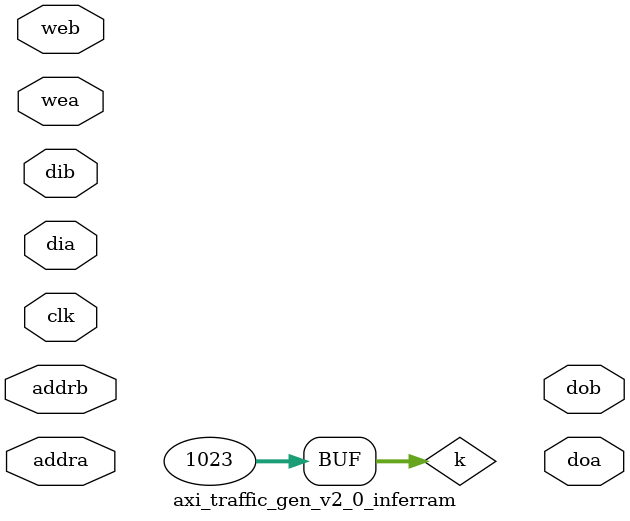
<source format=v>

`timescale 1ps/1ps
(* DowngradeIPIdentifiedWarnings="yes" *)
module axi_traffic_gen_v2_0_inferram(clk, wea, web, addra, addrb, dia, dib, doa, dob);


   parameter C_FAMILY    = "virtex7";   
   parameter C_RAMINIT_F = "NONE";   
   parameter SIZE        = 1024;
   parameter ADDR_WIDTH  = 10;
   parameter COL_WIDTH   = 8;
   parameter NB_COL      = 4;
   parameter INFER_TYPE  = 0;  //0- Inferram template, 1- Blk_mem_gen_wrapper from proc_common.
   
   input                             clk; 
   input [NB_COL-1:0]                wea;
   input [NB_COL-1:0]                web;  
   input [ADDR_WIDTH-1:0]            addra;
   input [ADDR_WIDTH-1:0]            addrb;   
   input [NB_COL*COL_WIDTH-1:0]      dia;
   input [NB_COL*COL_WIDTH-1:0]      dib;   
   output [NB_COL*COL_WIDTH-1:0]     doa;
   output [NB_COL*COL_WIDTH-1:0]     dob;   
   
   reg [NB_COL*COL_WIDTH-1:0]        RAM [SIZE-1:0];
   
   integer k;
   
   
   
reg [NB_COL*COL_WIDTH-1:0]     doa_r;
reg [NB_COL*COL_WIDTH-1:0]     dob_r;   

generate if(INFER_TYPE == 0) begin : MEM_INFER_WR
   initial begin  
      if (C_RAMINIT_F == "NONE") begin    
        for (k=0; k<SIZE-1; k=k+1)   begin
          RAM[k] <= 0;
        end
      end else begin
        $readmemh(C_RAMINIT_F, RAM);
      end
   end // initial begin
   always @(posedge clk) begin 
     doa_r <= RAM[addra];
   end
  genvar i;
    for (i = 0; i < NB_COL; i = i+1) begin : ramwritea
      always @(posedge clk) begin  
        if (wea[i]) 
          RAM[addra][(i+1)*COL_WIDTH-1:i*COL_WIDTH]
      <= dia[(i+1)*COL_WIDTH-1:i*COL_WIDTH];
      end
    end
end
//NOTE:Un-commment if INFER-RAM is used
//assign doa = doa_r;
endgenerate

generate if(INFER_TYPE == 0) begin : MEM_INFER_RD
   always @(posedge clk) begin 
    dob_r <= RAM[addrb];     
   end
  genvar l;
    for (l = 0; l < NB_COL; l = l+1) begin : ramwriteb
      always @(posedge clk) begin  
        if (web[l]) 
          RAM[addrb][(l+1)*COL_WIDTH-1:l*COL_WIDTH]
          <= dib[(l+1)*COL_WIDTH-1:l*COL_WIDTH];
      end
    end
end
//NOTE:Un-commment if INFER-RAM is used
//assign dob = dob_r;
endgenerate



   task dumpRAM;
      input integer fileh;
      
      for (k=0; k<SIZE-1; k=k+1)   begin
        $fwrite(fileh,"%h\n",RAM[k]);
     end
   endtask



generate if(INFER_TYPE == 1) begin : MEM_INFER_BLK_MEM
   axi_traffic_gen_v2_0_bmg_wrap #(
       .c_family                 (C_FAMILY        ),
       .c_xdevicefamily          (C_FAMILY        ),
       .c_elaboration_dir        ("./"            ),
       .c_mem_type               (2               ),
       .c_algorithm              (1               ),
       .c_prim_type              (1               ),
       .c_byte_size              (8               ),
       .c_sim_collision_check    ("NONE"          ),
       .c_common_clk             (0               ),
       .c_disable_warn_bhv_coll  (0               ),
       .c_disable_warn_bhv_range (0               ),
       .c_load_init_file         (1               ),
       .c_init_file_name         (C_RAMINIT_F     ),
       .c_use_default_data       (1               ),
       .c_default_data           ("0"             ),
       .c_has_mem_output_regs_a  (0               ),
       .c_has_mux_output_regs_a  (0               ),
       .c_write_width_a          (NB_COL*COL_WIDTH),
       .c_read_width_a           (NB_COL*COL_WIDTH),
       .c_write_depth_a          (SIZE            ),
       .c_read_depth_a           (SIZE            ),
       .c_addra_width            (ADDR_WIDTH      ),
       .c_write_mode_a           ("READ_FIRST"    ),
       .c_has_ena                (0               ),
       .c_has_regcea             (0               ),
       .c_has_ssra               (0               ),
       .c_sinita_val             ("0"             ),
       .c_use_byte_wea           (1               ),
       .c_wea_width              (NB_COL          ),
       .c_has_mem_output_regs_b  (0               ),
       .c_has_mux_output_regs_b  (0               ),
       .c_write_width_b          (NB_COL*COL_WIDTH),
       .c_read_width_b           (NB_COL*COL_WIDTH),
       .c_write_depth_b          (SIZE            ),
       .c_read_depth_b           (SIZE            ),
       .c_addrb_width            (ADDR_WIDTH      ),
       .c_write_mode_b           ("READ_FIRST"    ),
       .c_has_enb                (0               ),
       .c_has_regceb             (0               ),
       .c_has_ssrb               (0               ),
       .c_sinitb_val             ("0"             ),
       .c_use_byte_web           (1               ),
       .c_web_width              (NB_COL          ),
       .c_mux_pipeline_stages    (0               ),
       .c_use_ecc                (0               ),
       .c_use_ramb16bwer_rst_bhv (0               ) 
       ) inst (
        .clka    (clk     ),
        .ssra    (1'b0    ),
        .ena     (1'b0    ),
        .regcea  (1'b0    ),
        .wea     (wea     ),
        .dina    (dia     ),
        .addra   (addra   ),
        .douta   (doa     ),
        .clkb    (clk     ),
        .ssrb    (1'b0    ),
        .enb     (1'b0    ),
        .regceb  (1'b0    ),
        .dinb    (dib     ),
        .addrb   (addrb   ),
        .web     (web     ),
        .doutb   (dob     ),
        .dbiterr (        ),
        .sbiterr (        ) 
       );
   //Direct-instance- blk_mem_gen_v8_0 #(
   //Direct-instance-   .C_FAMILY                   (C_FAMILY          ),
   //Direct-instance-   .C_XDEVICEFAMILY            (C_FAMILY          ),
   //Direct-instance-   .C_ELABORATION_DIR          ("./"               ),
   //Direct-instance-   .C_INTERFACE_TYPE           (0                  ),
   //Direct-instance-   .C_AXI_TYPE                 (1                  ),
   //Direct-instance-   .C_AXI_SLAVE_TYPE           (0                  ),
   //Direct-instance-   .C_HAS_AXI_ID               (0                  ),
   //Direct-instance-   .C_AXI_ID_WIDTH             (4                  ),
   //Direct-instance-   .C_MEM_TYPE                 (2                  ),
   //Direct-instance-   .C_BYTE_SIZE                (8                  ),
   //Direct-instance-   .C_ALGORITHM                (1                  ),
   //Direct-instance-   .C_PRIM_TYPE                (1                  ),
   //Direct-instance-   .C_LOAD_INIT_FILE           (1                  ),
   //Direct-instance-   .C_INIT_FILE_NAME           (C_RAMINIT_F        ),
   //Direct-instance-   .C_INIT_FILE                (""                 ),
   //Direct-instance-   .C_USE_DEFAULT_DATA         (1                  ),
   //Direct-instance-   .C_DEFAULT_DATA             ("0"                ),
   //Direct-instance-   .C_RST_TYPE                 ("SYNC"             ),
   //Direct-instance-   .C_HAS_RSTA                 (0                  ),
   //Direct-instance-   .C_RST_PRIORITY_A           ("CE"               ),
   //Direct-instance-   .C_RSTRAM_A                 (0                  ),
   //Direct-instance-   .C_INITA_VAL                ("0"                ),
   //Direct-instance-   .C_HAS_ENA                  (0                  ),
   //Direct-instance-   .C_HAS_REGCEA               (0                  ),
   //Direct-instance-   .C_USE_BYTE_WEA             (1                  ),
   //Direct-instance-   .C_WEA_WIDTH                (NB_COL             ),
   //Direct-instance-   .C_WRITE_MODE_A             ("WRITE_FIRST"      ),
   //Direct-instance-   .C_WRITE_WIDTH_A            (NB_COL*COL_WIDTH   ),
   //Direct-instance-   .C_READ_WIDTH_A             (NB_COL*COL_WIDTH   ),
   //Direct-instance-   .C_WRITE_DEPTH_A            (SIZE               ),
   //Direct-instance-   .C_READ_DEPTH_A             (SIZE               ),
   //Direct-instance-   .C_ADDRA_WIDTH              (ADDR_WIDTH         ),
   //Direct-instance-   .C_HAS_RSTB                 (0                  ),
   //Direct-instance-   .C_RST_PRIORITY_B           ("CE"               ),
   //Direct-instance-   .C_RSTRAM_B                 (0                  ),
   //Direct-instance-   .C_INITB_VAL                ("0"                ),
   //Direct-instance-   .C_HAS_ENB                  (0                  ),
   //Direct-instance-   .C_HAS_REGCEB               (0                  ),
   //Direct-instance-   .C_USE_BYTE_WEB             (1                  ),
   //Direct-instance-   .C_WEB_WIDTH                (NB_COL             ),
   //Direct-instance-   .C_WRITE_MODE_B             ("WRITE_FIRST"      ),
   //Direct-instance-   .C_WRITE_WIDTH_B            (NB_COL*COL_WIDTH   ),
   //Direct-instance-   .C_READ_WIDTH_B             (NB_COL*COL_WIDTH   ),
   //Direct-instance-   .C_WRITE_DEPTH_B            (SIZE               ),
   //Direct-instance-   .C_READ_DEPTH_B             (SIZE               ),
   //Direct-instance-   .C_ADDRB_WIDTH              (ADDR_WIDTH         ),
   //Direct-instance-   .C_HAS_MEM_OUTPUT_REGS_A    (0                  ),
   //Direct-instance-   .C_HAS_MEM_OUTPUT_REGS_B    (0                  ),
   //Direct-instance-   .C_HAS_MUX_OUTPUT_REGS_A    (0                  ),
   //Direct-instance-   .C_HAS_MUX_OUTPUT_REGS_B    (0                  ),
   //Direct-instance-   .C_MUX_PIPELINE_STAGES      (0                  ),
   //Direct-instance-   .C_HAS_SOFTECC_INPUT_REGS_A (0                  ),
   //Direct-instance-   .C_HAS_SOFTECC_OUTPUT_REGS_B(0                  ),
   //Direct-instance-   .C_USE_SOFTECC              (0                  ),
   //Direct-instance-   .C_USE_ECC                  (0                  ),
   //Direct-instance-   .C_HAS_INJECTERR            (0                  ),
   //Direct-instance-   .C_SIM_COLLISION_CHECK      ("ALL"              ),
   //Direct-instance-   .C_COMMON_CLK               (0                  ),
   //Direct-instance-   .C_ENABLE_32BIT_ADDRESS     (0                  ),
   //Direct-instance-   .C_DISABLE_WARN_BHV_COLL    (0                  ),
   //Direct-instance-   .C_DISABLE_WARN_BHV_RANGE   (0                  ),
   //Direct-instance-   .C_USE_BRAM_BLOCK           (0                  ),
   //Direct-instance-   .C_CTRL_ECC_ALGO            ("NONE"             )
   //Direct-instance- ) inst (
   //Direct-instance-   .clka               (clk  ),
   //Direct-instance-   .rsta               (1'B0 ),
   //Direct-instance-   .ena                (1'B0 ),
   //Direct-instance-   .regcea             (1'B0 ),
   //Direct-instance-   .wea                (wea  ),
   //Direct-instance-   .addra              (addra),
   //Direct-instance-   .dina               (dia  ),
   //Direct-instance-   .douta              (doa  ),
   //Direct-instance-   .clkb               (clk  ),
   //Direct-instance-   .rstb               (1'B0 ),
   //Direct-instance-   .enb                (1'B0 ),
   //Direct-instance-   .regceb             (1'B0 ),
   //Direct-instance-   .web                (web  ),
   //Direct-instance-   .addrb              (addrb),
   //Direct-instance-   .dinb               (dib  ),
   //Direct-instance-   .doutb              (dob  ),
   //Direct-instance-   .injectsbiterr      (1'B0 ),
   //Direct-instance-   .injectdbiterr      (1'B0 ),
   //Direct-instance-   .sbiterr            (     ),
   //Direct-instance-   .dbiterr            (     ),
   //Direct-instance-   .rdaddrecc          (     ),
   //Direct-instance-   .s_aclk             (1'B0 ),
   //Direct-instance-   .s_aresetn          (1'B0 ),
   //Direct-instance-   .s_axi_awid         (4'B0 ),
   //Direct-instance-   .s_axi_awaddr       (32'B0),
   //Direct-instance-   .s_axi_awlen        (8'B0 ),
   //Direct-instance-   .s_axi_awsize       (3'B0 ),
   //Direct-instance-   .s_axi_awburst      (2'B0 ),
   //Direct-instance-   .s_axi_awvalid      (1'B0 ),
   //Direct-instance-   .s_axi_awready      (     ),
   //Direct-instance-   .s_axi_wdata        (32'B0),
   //Direct-instance-   .s_axi_wstrb        (4'B0 ),
   //Direct-instance-   .s_axi_wlast        (1'B0 ),
   //Direct-instance-   .s_axi_wvalid       (1'B0 ),
   //Direct-instance-   .s_axi_wready       (     ),
   //Direct-instance-   .s_axi_bid          (     ),
   //Direct-instance-   .s_axi_bresp        (     ),
   //Direct-instance-   .s_axi_bvalid       (     ),
   //Direct-instance-   .s_axi_bready       (1'B0 ),
   //Direct-instance-   .s_axi_arid         (4'B0 ),
   //Direct-instance-   .s_axi_araddr       (32'B0),
   //Direct-instance-   .s_axi_arlen        (8'B0 ),
   //Direct-instance-   .s_axi_arsize       (3'B0 ),
   //Direct-instance-   .s_axi_arburst      (2'B0 ),
   //Direct-instance-   .s_axi_arvalid      (1'B0 ),
   //Direct-instance-   .s_axi_arready      (     ),
   //Direct-instance-   .s_axi_rid          (     ),
   //Direct-instance-   .s_axi_rdata        (     ),
   //Direct-instance-   .s_axi_rresp        (     ),
   //Direct-instance-   .s_axi_rlast        (     ),
   //Direct-instance-   .s_axi_rvalid       (     ),
   //Direct-instance-   .s_axi_rready       (1'B0 ),
   //Direct-instance-   .s_axi_injectsbiterr(1'B0 ),
   //Direct-instance-   .s_axi_injectdbiterr(1'B0 ),
   //Direct-instance-   .s_axi_sbiterr      (     ),
   //Direct-instance-   .s_axi_dbiterr      (     ),
   //Direct-instance-   .s_axi_rdaddrecc    (     )
   //Direct-instance- );
end
endgenerate
   
endmodule

</source>
